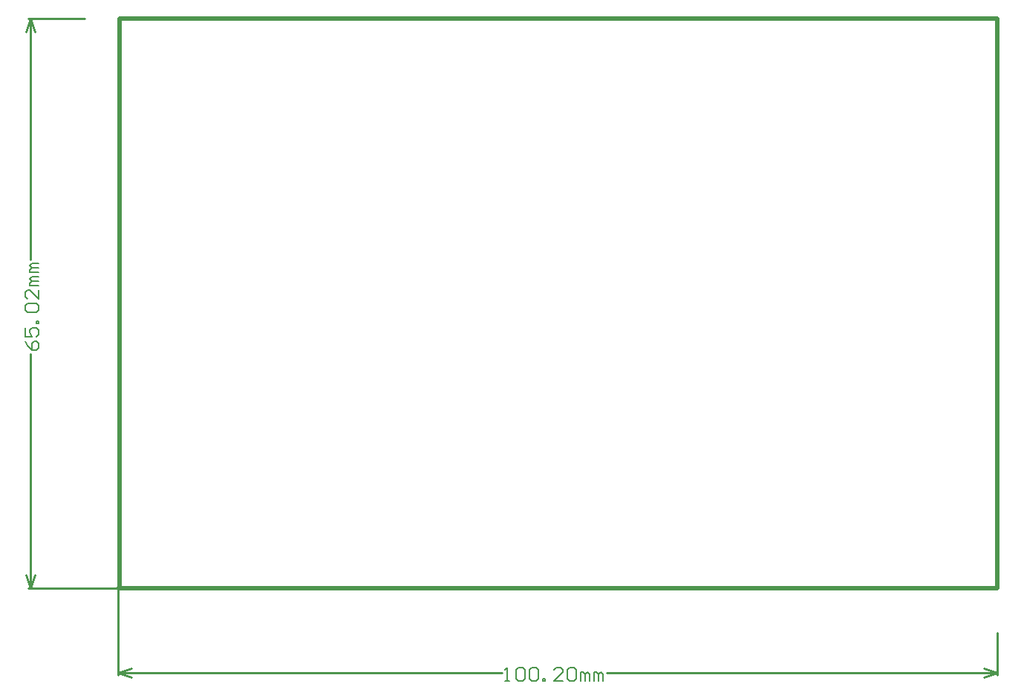
<source format=gm1>
G04*
G04 #@! TF.GenerationSoftware,Altium Limited,Altium Designer,20.0.13 (296)*
G04*
G04 Layer_Color=16711935*
%FSLAX24Y24*%
%MOIN*%
G70*
G01*
G75*
%ADD10C,0.0100*%
%ADD17C,0.0060*%
%ADD18C,0.0200*%
D10*
X-4175Y600D02*
X-3975Y0D01*
X-3775Y600D01*
X-3975Y25600D02*
X-3775Y25000D01*
X-4175D02*
X-3975Y25600D01*
Y0D02*
Y10531D01*
Y14749D02*
Y25600D01*
X-4075Y0D02*
X-25D01*
X-4075Y25600D02*
X-1525D01*
X-25Y-3800D02*
X575Y-3600D01*
X-25Y-3800D02*
X575Y-4000D01*
X38825D02*
X39425Y-3800D01*
X38825Y-3600D02*
X39425Y-3800D01*
X-25D02*
X17181D01*
X21899D02*
X39425D01*
X-25Y-3900D02*
Y0D01*
X39425Y-3900D02*
Y-2000D01*
X-4175Y600D02*
X-3975Y0D01*
X-3775Y600D01*
X-3975Y25600D02*
X-3775Y25000D01*
X-4175D02*
X-3975Y25600D01*
Y0D02*
Y10531D01*
Y14749D02*
Y25600D01*
X-4075Y0D02*
X-25D01*
X-4075Y25600D02*
X-1525D01*
X-25Y-3800D02*
X575Y-3600D01*
X-25Y-3800D02*
X575Y-4000D01*
X38825D02*
X39425Y-3800D01*
X38825Y-3600D02*
X39425Y-3800D01*
X-25D02*
X17181D01*
X21899D02*
X39425D01*
X-25Y-3900D02*
Y0D01*
X39425Y-3900D02*
Y-2000D01*
D17*
X-4215Y11091D02*
X-4115Y10891D01*
X-3915Y10691D01*
X-3715D01*
X-3615Y10791D01*
Y10991D01*
X-3715Y11091D01*
X-3815D01*
X-3915Y10991D01*
Y10691D01*
X-4215Y11690D02*
Y11290D01*
X-3915D01*
X-4015Y11490D01*
Y11590D01*
X-3915Y11690D01*
X-3715D01*
X-3615Y11590D01*
Y11390D01*
X-3715Y11290D01*
X-3615Y11890D02*
X-3715D01*
Y11990D01*
X-3615D01*
Y11890D01*
X-4115Y12390D02*
X-4215Y12490D01*
Y12690D01*
X-4115Y12790D01*
X-3715D01*
X-3615Y12690D01*
Y12490D01*
X-3715Y12390D01*
X-4115D01*
X-3615Y13390D02*
Y12990D01*
X-4015Y13390D01*
X-4115D01*
X-4215Y13290D01*
Y13090D01*
X-4115Y12990D01*
X-3615Y13590D02*
X-4015D01*
Y13690D01*
X-3915Y13790D01*
X-3615D01*
X-3915D01*
X-4015Y13890D01*
X-3915Y13990D01*
X-3615D01*
Y14189D02*
X-4015D01*
Y14289D01*
X-3915Y14389D01*
X-3615D01*
X-3915D01*
X-4015Y14489D01*
X-3915Y14589D01*
X-3615D01*
X17341Y-4160D02*
X17541D01*
X17441D01*
Y-3560D01*
X17341Y-3660D01*
X17841D02*
X17941Y-3560D01*
X18140D01*
X18240Y-3660D01*
Y-4060D01*
X18140Y-4160D01*
X17941D01*
X17841Y-4060D01*
Y-3660D01*
X18440D02*
X18540Y-3560D01*
X18740D01*
X18840Y-3660D01*
Y-4060D01*
X18740Y-4160D01*
X18540D01*
X18440Y-4060D01*
Y-3660D01*
X19040Y-4160D02*
Y-4060D01*
X19140D01*
Y-4160D01*
X19040D01*
X19940D02*
X19540D01*
X19940Y-3760D01*
Y-3660D01*
X19840Y-3560D01*
X19640D01*
X19540Y-3660D01*
X20140D02*
X20240Y-3560D01*
X20440D01*
X20540Y-3660D01*
Y-4060D01*
X20440Y-4160D01*
X20240D01*
X20140Y-4060D01*
Y-3660D01*
X20740Y-4160D02*
Y-3760D01*
X20840D01*
X20940Y-3860D01*
Y-4160D01*
Y-3860D01*
X21040Y-3760D01*
X21139Y-3860D01*
Y-4160D01*
X21339D02*
Y-3760D01*
X21439D01*
X21539Y-3860D01*
Y-4160D01*
Y-3860D01*
X21639Y-3760D01*
X21739Y-3860D01*
Y-4160D01*
X-4215Y11091D02*
X-4115Y10891D01*
X-3915Y10691D01*
X-3715D01*
X-3615Y10791D01*
Y10991D01*
X-3715Y11091D01*
X-3815D01*
X-3915Y10991D01*
Y10691D01*
X-4215Y11690D02*
Y11290D01*
X-3915D01*
X-4015Y11490D01*
Y11590D01*
X-3915Y11690D01*
X-3715D01*
X-3615Y11590D01*
Y11390D01*
X-3715Y11290D01*
X-3615Y11890D02*
X-3715D01*
Y11990D01*
X-3615D01*
Y11890D01*
X-4115Y12390D02*
X-4215Y12490D01*
Y12690D01*
X-4115Y12790D01*
X-3715D01*
X-3615Y12690D01*
Y12490D01*
X-3715Y12390D01*
X-4115D01*
X-3615Y13390D02*
Y12990D01*
X-4015Y13390D01*
X-4115D01*
X-4215Y13290D01*
Y13090D01*
X-4115Y12990D01*
X-3615Y13590D02*
X-4015D01*
Y13690D01*
X-3915Y13790D01*
X-3615D01*
X-3915D01*
X-4015Y13890D01*
X-3915Y13990D01*
X-3615D01*
Y14189D02*
X-4015D01*
Y14289D01*
X-3915Y14389D01*
X-3615D01*
X-3915D01*
X-4015Y14489D01*
X-3915Y14589D01*
X-3615D01*
X17341Y-4160D02*
X17541D01*
X17441D01*
Y-3560D01*
X17341Y-3660D01*
X17841D02*
X17941Y-3560D01*
X18140D01*
X18240Y-3660D01*
Y-4060D01*
X18140Y-4160D01*
X17941D01*
X17841Y-4060D01*
Y-3660D01*
X18440D02*
X18540Y-3560D01*
X18740D01*
X18840Y-3660D01*
Y-4060D01*
X18740Y-4160D01*
X18540D01*
X18440Y-4060D01*
Y-3660D01*
X19040Y-4160D02*
Y-4060D01*
X19140D01*
Y-4160D01*
X19040D01*
X19940D02*
X19540D01*
X19940Y-3760D01*
Y-3660D01*
X19840Y-3560D01*
X19640D01*
X19540Y-3660D01*
X20140D02*
X20240Y-3560D01*
X20440D01*
X20540Y-3660D01*
Y-4060D01*
X20440Y-4160D01*
X20240D01*
X20140Y-4060D01*
Y-3660D01*
X20740Y-4160D02*
Y-3760D01*
X20840D01*
X20940Y-3860D01*
Y-4160D01*
Y-3860D01*
X21040Y-3760D01*
X21139Y-3860D01*
Y-4160D01*
X21339D02*
Y-3760D01*
X21439D01*
X21539Y-3860D01*
Y-4160D01*
Y-3860D01*
X21639Y-3760D01*
X21739Y-3860D01*
Y-4160D01*
D18*
X39425Y0D02*
Y25600D01*
X25D02*
X39425D01*
X25Y0D02*
X39425D01*
X25D02*
Y25550D01*
X-25Y0D02*
X25D01*
X39425D02*
Y25600D01*
X25D02*
X39425D01*
X25Y0D02*
X39425D01*
X25D02*
Y25550D01*
X-25Y0D02*
X25D01*
M02*

</source>
